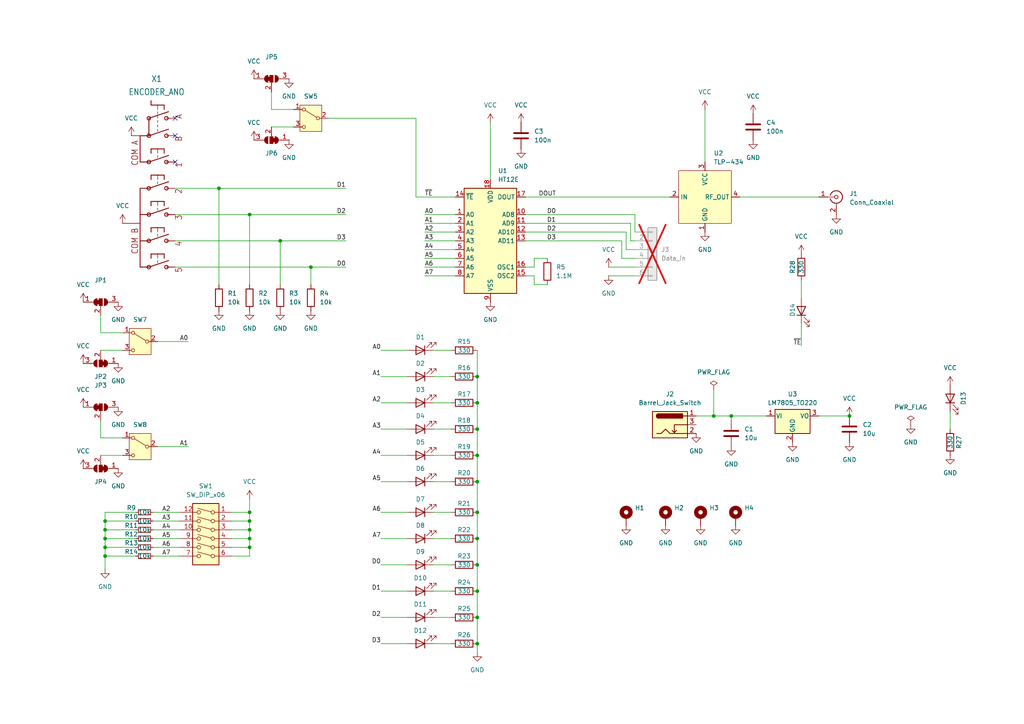
<source format=kicad_sch>
(kicad_sch (version 20231120) (generator "eeschema") (generator_version "8.0")
  (paper "A4")
  (lib_symbols
    (symbol "Connector:Barrel_Jack_Switch" (pin_names hide)
      (property "Reference" "J" (at 0 5.334 0))
      (property "Value" "Barrel_Jack_Switch" (at 0 -5.08 0))
      (symbol "Barrel_Jack_Switch_1_1"
        (pin passive line (at 7.62 2.54 180) (length 2.54) (name "~") (number "1"))
        (pin passive line (at 7.62 -2.54 180) (length 2.54) (name "~") (number "2"))
        (pin passive line (at 7.62 0 180) (length 2.54) (name "~") (number "3"))
      )
    )
    (symbol "Connector:Conn_Coaxial" (pin_names (offset 1.016) hide)
      (property "Reference" "J" (at 0.254 3.048 0))
      (property "Value" "Conn_Coaxial" (at 2.921 0 90))
      (symbol "Conn_Coaxial_1_1"
        (pin passive line (at -5.08 0 0) (length 2.54) (name "In") (number "1"))
        (pin passive line (at 0 -5.08 90) (length 2.54) (name "Ext") (number "2"))
      )
    )
    (symbol "Connector_Generic:Conn_01x06" (pin_names (offset 1.016) hide)
      (property "Reference" "J" (at 0 7.62 0))
      (property "Value" "Conn_01x06" (at 0 -10.16 0))
      (symbol "Conn_01x06_1_1"
        (pin passive line (at -5.08 5.08 0) (length 3.81) (name "Pin_1") (number "1"))
        (pin passive line (at -5.08 2.54 0) (length 3.81) (name "Pin_2") (number "2"))
        (pin passive line (at -5.08 0 0) (length 3.81) (name "Pin_3") (number "3"))
        (pin passive line (at -5.08 -2.54 0) (length 3.81) (name "Pin_4") (number "4"))
        (pin passive line (at -5.08 -5.08 0) (length 3.81) (name "Pin_5") (number "5"))
        (pin passive line (at -5.08 -7.62 0) (length 3.81) (name "Pin_6") (number "6"))
      )
    )
    (symbol "Device:C" (pin_numbers hide) (pin_names (offset 0.254))
      (property "Reference" "C" (at 0.635 2.54 0))
      (property "Value" "C" (at 0.635 -2.54 0))
      (symbol "C_1_1"
        (pin passive line (at 0 3.81 270) (length 2.794) (name "~") (number "1"))
        (pin passive line (at 0 -3.81 90) (length 2.794) (name "~") (number "2"))
      )
    )
    (symbol "Device:LED" (pin_numbers hide) (pin_names (offset 1.016) hide)
      (property "Reference" "D" (at 0 2.54 0))
      (property "Value" "LED" (at 0 -2.54 0))
      (symbol "LED_1_1"
        (pin passive line (at -3.81 0 0) (length 2.54) (name "K") (number "1"))
        (pin passive line (at 3.81 0 180) (length 2.54) (name "A") (number "2"))
      )
    )
    (symbol "Device:R" (pin_numbers hide) (pin_names (offset 0))
      (property "Reference" "R" (at 2.032 0 90))
      (property "Value" "R" (at 0 0 90))
      (symbol "R_1_1"
        (pin passive line (at 0 3.81 270) (length 1.27) (name "~") (number "1"))
        (pin passive line (at 0 -3.81 90) (length 1.27) (name "~") (number "2"))
      )
    )
    (symbol "Device:R_Small" (pin_numbers hide) (pin_names (offset 0.254) hide)
      (property "Reference" "R" (at 0.762 0.508 0))
      (property "Value" "R_Small" (at 0.762 -1.016 0))
      (symbol "R_Small_1_1"
        (pin passive line (at 0 2.54 270) (length 0.762) (name "~") (number "1"))
        (pin passive line (at 0 -2.54 90) (length 0.762) (name "~") (number "2"))
      )
    )
    (symbol "Interface:HT12E"
      (property "Reference" "U1" (at 2.1941 20.32 0))
      (property "Value" "HT12E" (at 2.1941 17.78 0))
      (symbol "HT12E_1_1"
        (pin input line (at -10.16 7.62 0) (length 2.54) (name "A0") (number "1"))
        (pin no_connect line (at 7.62 -2.54 180) (length 2.54) hide (name "NC") (number "1"))
        (pin output line (at 10.16 7.62 180) (length 2.54) (name "AD8") (number "10"))
        (pin output line (at 10.16 5.08 180) (length 2.54) (name "AD9") (number "11"))
        (pin output line (at 10.16 2.54 180) (length 2.54) (name "AD10") (number "12"))
        (pin output line (at 10.16 0 180) (length 2.54) (name "AD11") (number "13"))
        (pin input line (at -10.16 12.7 0) (length 2.54) (name "~{TE}") (number "14"))
        (pin output line (at 10.16 -10.16 180) (length 2.54) (name "OSC2") (number "15"))
        (pin input line (at 10.16 -7.62 180) (length 2.54) (name "OSC1") (number "16"))
        (pin output line (at 10.16 12.7 180) (length 2.54) (name "DOUT") (number "17"))
        (pin power_in line (at 0 17.78 270) (length 2.54) (name "VDD") (number "18"))
        (pin input line (at -10.16 5.08 0) (length 2.54) (name "A1") (number "2"))
        (pin no_connect line (at 7.62 -5.08 180) (length 2.54) hide (name "NC") (number "20"))
        (pin input line (at -10.16 2.54 0) (length 2.54) (name "A2") (number "3"))
        (pin input line (at -10.16 0 0) (length 2.54) (name "A3") (number "4"))
        (pin input line (at -10.16 -2.54 0) (length 2.54) (name "A4") (number "5"))
        (pin input line (at -10.16 -5.08 0) (length 2.54) (name "A5") (number "6"))
        (pin input line (at -10.16 -7.62 0) (length 2.54) (name "A6") (number "7"))
        (pin input line (at -10.16 -10.16 0) (length 2.54) (name "A7") (number "8"))
        (pin power_in line (at 0 -17.78 90) (length 2.54) (name "VSS") (number "9"))
      )
    )
    (symbol "Jumper:SolderJumper_3_Bridged12" (pin_names (offset 0) hide) (exclude_from_sim yes) (in_bom no)
      (property "Reference" "JP" (at -2.54 -2.54 0))
      (property "Value" "SolderJumper_3_Bridged12" (at 0 2.794 0))
      (symbol "SolderJumper_3_Bridged12_1_1"
        (pin passive line (at -5.08 0 0) (length 2.54) (name "A") (number "1"))
        (pin passive line (at 0 -3.81 90) (length 2.54) (name "C") (number "2"))
        (pin passive line (at 5.08 0 180) (length 2.54) (name "B") (number "3"))
      )
    )
    (symbol "Mechanical:MountingHole_Pad" (pin_numbers hide) (pin_names (offset 1.016) hide) (exclude_from_sim yes) (in_bom no)
      (property "Reference" "H" (at 0 6.35 0))
      (property "Value" "MountingHole_Pad" (at 0 4.445 0))
      (symbol "MountingHole_Pad_1_1"
        (pin input line (at 0 -2.54 90) (length 2.54) (name "1") (number "1"))
      )
    )
    (symbol "Regulator_Linear:LM7805_TO220" (pin_names (offset 0.254))
      (property "Reference" "U" (at -3.81 3.175 0))
      (property "Value" "LM7805_TO220" (at 0 3.175 0))
      (symbol "LM7805_TO220_1_1"
        (pin power_in line (at -7.62 0 0) (length 2.54) (name "VI") (number "1"))
        (pin power_in line (at 0 -7.62 90) (length 2.54) (name "GND") (number "2"))
        (pin power_out line (at 7.62 0 180) (length 2.54) (name "VO") (number "3"))
      )
    )
    (symbol "Switch:SW_DIP_x06" (pin_names (offset 0) hide)
      (property "Reference" "SW" (at 0 11.43 0))
      (property "Value" "SW_DIP_x06" (at 0 -8.89 0))
      (symbol "SW_DIP_x06_1_1"
        (pin passive line (at -7.62 7.62 0) (length 5.08) (name "~") (number "1"))
        (pin passive line (at 7.62 2.54 180) (length 5.08) (name "~") (number "10"))
        (pin passive line (at 7.62 5.08 180) (length 5.08) (name "~") (number "11"))
        (pin passive line (at 7.62 7.62 180) (length 5.08) (name "~") (number "12"))
        (pin passive line (at -7.62 5.08 0) (length 5.08) (name "~") (number "2"))
        (pin passive line (at -7.62 2.54 0) (length 5.08) (name "~") (number "3"))
        (pin passive line (at -7.62 0 0) (length 5.08) (name "~") (number "4"))
        (pin passive line (at -7.62 -2.54 0) (length 5.08) (name "~") (number "5"))
        (pin passive line (at -7.62 -5.08 0) (length 5.08) (name "~") (number "6"))
        (pin passive line (at 7.62 -5.08 180) (length 5.08) (name "~") (number "7"))
        (pin passive line (at 7.62 -2.54 180) (length 5.08) (name "~") (number "8"))
        (pin passive line (at 7.62 0 180) (length 5.08) (name "~") (number "9"))
      )
    )
    (symbol "Switch:SW_SPDT" (pin_names (offset 0) hide)
      (property "Reference" "SW" (at 0 5.08 0))
      (property "Value" "SW_SPDT" (at 0 -5.08 0))
      (symbol "SW_SPDT_1_1"
        (pin passive line (at 5.08 2.54 180) (length 2.54) (name "A") (number "1"))
        (pin passive line (at -5.08 0 0) (length 2.54) (name "B") (number "2"))
        (pin passive line (at 5.08 -2.54 180) (length 2.54) (name "C") (number "3"))
      )
    )
    (symbol "encoder:ENCODER_ANO"
      (property "Reference" "X1" (at -1.905 13.97 0))
      (property "Value" "ENCODER_ANO" (at -1.905 11.43 0))
      (symbol "ENCODER_ANO_1_0"
        (text "1" (at 5.08 -7.62 900) (effects (font (size 1.778 1.5113)) (justify right top)))
        (text "2" (at 5.08 -15.24 900) (effects (font (size 1.778 1.5113)) (justify right top)))
        (text "3" (at 5.08 -22.86 900) (effects (font (size 1.778 1.5113)) (justify right top)))
        (text "4" (at 5.08 -30.48 900) (effects (font (size 1.778 1.5113)) (justify right top)))
        (text "5" (at 5.08 -38.1 900) (effects (font (size 1.778 1.5113)) (justify right top)))
        (text "A" (at 5.08 6.35 900) (effects (font (size 1.778 1.5113)) (justify right top)))
        (text "B" (at 5.08 0 900) (effects (font (size 1.778 1.5113)) (justify right top)))
        (text "COM A" (at -7.62 -1.27 900) (effects (font (size 1.778 1.5113)) (justify right top)))
        (text "COM B" (at -7.62 -26.67 900) (effects (font (size 1.778 1.5113)) (justify right top)))
        (pin passive line (at 5.08 5.08 180) (length 2.54) (name "A") (number "A"))
        (pin passive line (at 5.08 0 180) (length 2.54) (name "B") (number "B"))
        (pin passive line (at -7.62 0 0) (length 2.54) (name "COMA") (number "COM_A"))
        (pin passive line (at -10.16 -25.4 0) (length 5.08) (name "COM_B") (number "COM_B"))
        (pin passive line (at 5.08 -7.62 180) (length 2.54) (name "1") (number "S1"))
        (pin passive line (at 5.08 -15.24 180) (length 2.54) (name "S2") (number "S2"))
        (pin passive line (at 5.08 -22.86 180) (length 2.54) (name "S3") (number "S3"))
        (pin passive line (at 5.08 -30.48 180) (length 2.54) (name "S4") (number "S4"))
        (pin passive line (at 5.08 -38.1 180) (length 2.54) (name "S5") (number "S5"))
      )
    )
    (symbol "power:GND" (power) (pin_numbers hide) (pin_names (offset 0) hide)
      (property "Value" "GND" (at 0 -3.81 0))
      (symbol "GND_1_1"
        (pin power_in line (at 0 0 270) (length 0) (name "~") (number "1"))
      )
    )
    (symbol "power:PWR_FLAG" (power) (pin_numbers hide) (pin_names (offset 0) hide)
      (property "Value" "PWR_FLAG" (at 0 3.81 0))
      (symbol "PWR_FLAG_0_0"
        (pin power_out line (at 0 0 90) (length 0) (name "~") (number "1"))
      )
    )
    (symbol "power:VCC" (power) (pin_numbers hide) (pin_names (offset 0) hide)
      (property "Value" "VCC" (at 0 3.556 0))
      (symbol "VCC_1_1"
        (pin power_in line (at 0 0 90) (length 0) (name "~") (number "1"))
      )
    )
    (symbol "rf_434:TLP434"
      (property "Reference" "U" (at 11.43 0 0))
      (property "Value" "TLP-434" (at 0 0 0))
      (symbol "TLP434_1_1"
        (pin power_in line (at 7.62 -20.32 90) (length 2.54) (name "GND") (number "1"))
        (pin input line (at -2.54 -10.16 0) (length 2.54) (name "IN") (number "2"))
        (pin power_in line (at 7.62 0 270) (length 2.54) (name "VCC") (number "3"))
        (pin output line (at 17.78 -10.16 180) (length 2.54) (name "RF_OUT") (number "4"))
      )
    )
  )
  (junction (at 138.43 139.7))
  (junction (at 72.39 62.23))
  (junction (at 30.48 151.13))
  (junction (at 138.43 132.08))
  (junction (at 63.5 54.61))
  (junction (at 138.43 156.21))
  (junction (at 138.43 163.83))
  (junction (at 72.39 156.21))
  (junction (at 72.39 151.13))
  (junction (at 81.28 69.85))
  (junction (at 30.48 158.75))
  (junction (at 212.09 120.65))
  (junction (at 138.43 124.46))
  (junction (at 30.48 156.21))
  (junction (at 138.43 171.45))
  (junction (at 138.43 148.59))
  (junction (at 90.17 77.47))
  (junction (at 207.01 120.65))
  (junction (at 72.39 153.67))
  (junction (at 138.43 116.84))
  (junction (at 30.48 153.67))
  (junction (at 72.39 158.75))
  (junction (at 246.38 120.65))
  (junction (at 72.39 148.59))
  (junction (at 30.48 161.29))
  (junction (at 138.43 109.22))
  (junction (at 138.43 186.69))
  (junction (at 138.43 179.07))
  (no_connect (at 50.8 34.29))
  (no_connect (at 50.8 39.37))
  (no_connect (at 50.8 46.99))
  (wire (pts (xy 78.74 31.75) (xy 85.09 31.75)))
  (wire (pts (xy 72.39 62.23) (xy 72.39 82.55)))
  (wire (pts (xy 30.48 148.59) (xy 39.37 148.59)))
  (wire (pts (xy 110.49 116.84) (xy 118.11 116.84)))
  (wire (pts (xy 78.74 26.67) (xy 78.74 31.75)))
  (wire (pts (xy 138.43 163.83) (xy 138.43 171.45)))
  (wire (pts (xy 181.61 72.39) (xy 181.61 67.31)))
  (wire (pts (xy 44.45 156.21) (xy 52.07 156.21)))
  (wire (pts (xy 29.21 101.6) (xy 35.56 101.6)))
  (wire (pts (xy 30.48 153.67) (xy 30.48 156.21)))
  (wire (pts (xy 138.43 132.08) (xy 138.43 139.7)))
  (wire (pts (xy 110.49 148.59) (xy 118.11 148.59)))
  (wire (pts (xy 138.43 109.22) (xy 138.43 116.84)))
  (wire (pts (xy 63.5 82.55) (xy 63.5 54.61)))
  (wire (pts (xy 232.41 93.98) (xy 232.41 100.33)))
  (wire (pts (xy 182.88 69.85) (xy 182.88 64.77)))
  (wire (pts (xy 72.39 158.75) (xy 72.39 156.21)))
  (wire (pts (xy 138.43 156.21) (xy 138.43 163.83)))
  (wire (pts (xy 90.17 77.47) (xy 100.33 77.47)))
  (wire (pts (xy 123.19 72.39) (xy 132.08 72.39)))
  (wire (pts (xy 138.43 139.7) (xy 138.43 148.59)))
  (wire (pts (xy 182.88 64.77) (xy 152.4 64.77)))
  (wire (pts (xy 29.21 96.52) (xy 35.56 96.52)))
  (wire (pts (xy 212.09 120.65) (xy 222.25 120.65)))
  (wire (pts (xy 44.45 148.59) (xy 52.07 148.59)))
  (wire (pts (xy 123.19 80.01) (xy 132.08 80.01)))
  (wire (pts (xy 110.49 186.69) (xy 118.11 186.69)))
  (wire (pts (xy 44.45 151.13) (xy 52.07 151.13)))
  (wire (pts (xy 95.25 34.29) (xy 120.65 34.29)))
  (wire (pts (xy 130.81 116.84) (xy 125.73 116.84)))
  (wire (pts (xy 67.31 151.13) (xy 72.39 151.13)))
  (wire (pts (xy 50.8 77.47) (xy 90.17 77.47)))
  (wire (pts (xy 130.81 132.08) (xy 125.73 132.08)))
  (wire (pts (xy 67.31 153.67) (xy 72.39 153.67)))
  (wire (pts (xy 44.45 153.67) (xy 52.07 153.67)))
  (wire (pts (xy 154.94 74.93) (xy 158.75 74.93)))
  (wire (pts (xy 123.19 62.23) (xy 132.08 62.23)))
  (wire (pts (xy 67.31 161.29) (xy 72.39 161.29)))
  (wire (pts (xy 275.59 124.46) (xy 275.59 119.38)))
  (wire (pts (xy 30.48 158.75) (xy 30.48 161.29)))
  (wire (pts (xy 110.49 179.07) (xy 118.11 179.07)))
  (wire (pts (xy 67.31 156.21) (xy 72.39 156.21)))
  (wire (pts (xy 67.31 148.59) (xy 72.39 148.59)))
  (wire (pts (xy 207.01 113.03) (xy 207.01 120.65)))
  (wire (pts (xy 110.49 156.21) (xy 118.11 156.21)))
  (wire (pts (xy 44.45 161.29) (xy 52.07 161.29)))
  (wire (pts (xy 90.17 77.47) (xy 90.17 82.55)))
  (wire (pts (xy 72.39 151.13) (xy 72.39 148.59)))
  (wire (pts (xy 152.4 57.15) (xy 194.31 57.15)))
  (wire (pts (xy 110.49 101.6) (xy 118.11 101.6)))
  (wire (pts (xy 130.81 101.6) (xy 125.73 101.6)))
  (wire (pts (xy 81.28 69.85) (xy 100.33 69.85)))
  (wire (pts (xy 30.48 156.21) (xy 39.37 156.21)))
  (wire (pts (xy 120.65 57.15) (xy 132.08 57.15)))
  (wire (pts (xy 184.15 62.23) (xy 152.4 62.23)))
  (wire (pts (xy 110.49 124.46) (xy 118.11 124.46)))
  (wire (pts (xy 138.43 116.84) (xy 138.43 124.46)))
  (wire (pts (xy 130.81 186.69) (xy 125.73 186.69)))
  (wire (pts (xy 81.28 69.85) (xy 81.28 82.55)))
  (wire (pts (xy 30.48 153.67) (xy 39.37 153.67)))
  (wire (pts (xy 212.09 120.65) (xy 212.09 121.92)))
  (wire (pts (xy 45.72 129.54) (xy 54.61 129.54)))
  (wire (pts (xy 29.21 91.44) (xy 29.21 96.52)))
  (wire (pts (xy 154.94 77.47) (xy 154.94 74.93)))
  (wire (pts (xy 130.81 124.46) (xy 125.73 124.46)))
  (wire (pts (xy 30.48 156.21) (xy 30.48 158.75)))
  (wire (pts (xy 30.48 151.13) (xy 30.48 153.67)))
  (wire (pts (xy 72.39 161.29) (xy 72.39 158.75)))
  (wire (pts (xy 44.45 158.75) (xy 52.07 158.75)))
  (wire (pts (xy 72.39 62.23) (xy 100.33 62.23)))
  (wire (pts (xy 180.34 69.85) (xy 152.4 69.85)))
  (wire (pts (xy 30.48 158.75) (xy 39.37 158.75)))
  (wire (pts (xy 130.81 139.7) (xy 125.73 139.7)))
  (wire (pts (xy 50.8 62.23) (xy 72.39 62.23)))
  (wire (pts (xy 181.61 67.31) (xy 152.4 67.31)))
  (wire (pts (xy 30.48 161.29) (xy 39.37 161.29)))
  (wire (pts (xy 181.61 72.39) (xy 184.15 72.39)))
  (wire (pts (xy 30.48 161.29) (xy 30.48 165.1)))
  (wire (pts (xy 63.5 54.61) (xy 100.33 54.61)))
  (wire (pts (xy 50.8 69.85) (xy 81.28 69.85)))
  (wire (pts (xy 130.81 109.22) (xy 125.73 109.22)))
  (wire (pts (xy 130.81 179.07) (xy 125.73 179.07)))
  (wire (pts (xy 176.53 80.01) (xy 184.15 80.01)))
  (wire (pts (xy 154.94 80.01) (xy 154.94 82.55)))
  (wire (pts (xy 237.49 120.65) (xy 246.38 120.65)))
  (wire (pts (xy 29.21 127) (xy 35.56 127)))
  (wire (pts (xy 214.63 57.15) (xy 237.49 57.15)))
  (wire (pts (xy 138.43 148.59) (xy 138.43 156.21)))
  (wire (pts (xy 142.24 35.56) (xy 142.24 52.07)))
  (wire (pts (xy 30.48 148.59) (xy 30.48 151.13)))
  (wire (pts (xy 152.4 77.47) (xy 154.94 77.47)))
  (wire (pts (xy 123.19 74.93) (xy 132.08 74.93)))
  (wire (pts (xy 123.19 64.77) (xy 132.08 64.77)))
  (wire (pts (xy 29.21 121.92) (xy 29.21 127)))
  (wire (pts (xy 138.43 124.46) (xy 138.43 132.08)))
  (wire (pts (xy 123.19 69.85) (xy 132.08 69.85)))
  (wire (pts (xy 180.34 74.93) (xy 184.15 74.93)))
  (wire (pts (xy 138.43 101.6) (xy 138.43 109.22)))
  (wire (pts (xy 182.88 69.85) (xy 184.15 69.85)))
  (wire (pts (xy 138.43 186.69) (xy 138.43 189.23)))
  (wire (pts (xy 184.15 67.31) (xy 184.15 62.23)))
  (wire (pts (xy 130.81 171.45) (xy 125.73 171.45)))
  (wire (pts (xy 78.74 36.83) (xy 85.09 36.83)))
  (wire (pts (xy 72.39 148.59) (xy 72.39 144.78)))
  (wire (pts (xy 138.43 179.07) (xy 138.43 186.69)))
  (wire (pts (xy 45.72 99.06) (xy 54.61 99.06)))
  (wire (pts (xy 110.49 139.7) (xy 118.11 139.7)))
  (wire (pts (xy 72.39 153.67) (xy 72.39 151.13)))
  (wire (pts (xy 110.49 171.45) (xy 118.11 171.45)))
  (wire (pts (xy 138.43 171.45) (xy 138.43 179.07)))
  (wire (pts (xy 72.39 156.21) (xy 72.39 153.67)))
  (wire (pts (xy 130.81 163.83) (xy 125.73 163.83)))
  (wire (pts (xy 123.19 77.47) (xy 132.08 77.47)))
  (wire (pts (xy 152.4 80.01) (xy 154.94 80.01)))
  (wire (pts (xy 232.41 81.28) (xy 232.41 86.36)))
  (wire (pts (xy 176.53 77.47) (xy 184.15 77.47)))
  (wire (pts (xy 180.34 74.93) (xy 180.34 69.85)))
  (wire (pts (xy 30.48 151.13) (xy 39.37 151.13)))
  (wire (pts (xy 204.47 31.75) (xy 204.47 46.99)))
  (wire (pts (xy 29.21 132.08) (xy 35.56 132.08)))
  (wire (pts (xy 201.93 120.65) (xy 207.01 120.65)))
  (wire (pts (xy 207.01 120.65) (xy 212.09 120.65)))
  (wire (pts (xy 110.49 109.22) (xy 118.11 109.22)))
  (wire (pts (xy 67.31 158.75) (xy 72.39 158.75)))
  (wire (pts (xy 130.81 156.21) (xy 125.73 156.21)))
  (wire (pts (xy 110.49 163.83) (xy 118.11 163.83)))
  (wire (pts (xy 50.8 54.61) (xy 63.5 54.61)))
  (wire (pts (xy 123.19 67.31) (xy 132.08 67.31)))
  (wire (pts (xy 154.94 82.55) (xy 158.75 82.55)))
  (wire (pts (xy 120.65 57.15) (xy 120.65 34.29)))
  (wire (pts (xy 110.49 132.08) (xy 118.11 132.08)))
  (wire (pts (xy 130.81 148.59) (xy 125.73 148.59)))
  (label "A4" (at 123.19 72.39 0))
  (label "A0" (at 54.61 99.06 180))
  (label "A4" (at 46.99 153.67 0))
  (label "A6" (at 46.99 158.75 0))
  (label "A7" (at 110.49 156.21 180))
  (label "D1" (at 161.29 64.77 180))
  (label "~{TE}" (at 232.41 100.33 180))
  (label "A7" (at 46.99 161.29 0))
  (label "A1" (at 54.61 129.54 180))
  (label "A1" (at 110.49 109.22 180))
  (label "A3" (at 123.19 69.85 0))
  (label "A7" (at 123.19 80.01 0))
  (label "D3" (at 161.29 69.85 180))
  (label "A5" (at 123.19 74.93 0))
  (label "A4" (at 110.49 132.08 180))
  (label "D0" (at 161.29 62.23 180))
  (label "D0" (at 110.49 163.83 180))
  (label "A6" (at 110.49 148.59 180))
  (label "~{TE}" (at 123.19 57.15 0))
  (label "D1" (at 100.33 54.61 180))
  (label "A6" (at 123.19 77.47 0))
  (label "D2" (at 161.29 67.31 180))
  (label "A3" (at 110.49 124.46 180))
  (label "A5" (at 46.99 156.21 0))
  (label "D3" (at 110.49 186.69 180))
  (label "A2" (at 123.19 67.31 0))
  (label "A3" (at 46.99 151.13 0))
  (label "D3" (at 100.33 69.85 180))
  (label "A0" (at 110.49 101.6 180))
  (label "D2" (at 100.33 62.23 180))
  (label "A2" (at 46.99 148.59 0))
  (label "D2" (at 110.49 179.07 180))
  (label "A1" (at 123.19 64.77 0))
  (label "A2" (at 110.49 116.84 180))
  (label "A5" (at 110.49 139.7 180))
  (label "D0" (at 100.33 77.47 180))
  (label "DOUT" (at 161.29 57.15 180))
  (label "A0" (at 123.19 62.23 0))
  (label "D1" (at 110.49 171.45 180))
  (symbol (lib_id "power:PWR_FLAG") (at 207.01 113.03 0) (unit 1)
    (property "Reference" "#FLG02" (effects (hide yes)))
    (property "Value" "PWR_FLAG" (at 207.01 107.95 0))
    (property "Description" "Special symbol for telling ERC where power comes from" (effects (hide yes)))
  )
  (symbol (lib_id "power:GND") (at 72.39 90.17 0) (unit 1)
    (property "Reference" "#PWR04" (effects (hide yes)))
    (property "Value" "GND" (at 72.39 95.25 0))
    (property "Description" "Power symbol creates a global label with name \"GND\" , ground" (effects (hide yes)))
  )
  (symbol (lib_id "encoder:ENCODER_ANO") (at 45.72 39.37 0) (unit 1)
    (property "Reference" "X1" (at 45.4231 22.86 0) (effects (font (size 1.778 1.5113))))
    (property "Value" "ENCODER_ANO" (at 45.4231 26.67 0) (effects (font (size 1.778 1.5113))))
    (property "Footprint" "Library:ENCODER_ANO" (effects (hide yes)))
  )
  (symbol (lib_id "Device:LED") (at 275.59 115.57 90) (unit 1)
    (property "Reference" "D13" (at 279.4 115.57 0))
    (property "Value" "LED" (effects (hide yes)))
    (property "Footprint" "LED_SMD:LED_0603_1608Metric" (effects (hide yes)))
    (property "Description" "Light emitting diode" (effects (hide yes)))
  )
  (symbol (lib_id "power:GND") (at 34.29 135.89 0) (unit 1)
    (property "Reference" "#PWR028" (effects (hide yes)))
    (property "Value" "GND" (at 34.29 140.97 0))
    (property "Description" "Power symbol creates a global label with name \"GND\" , ground" (effects (hide yes)))
  )
  (symbol (lib_id "Switch:SW_SPDT") (at 90.17 34.29 0) (mirror y) (unit 1)
    (property "Reference" "SW5" (at 90.17 27.94 0))
    (property "Value" "SW_SPDT" (effects (hide yes)))
    (property "Footprint" "Library:EG1218" (effects (hide yes)))
    (property "Description" "Switch, single pole double throw" (effects (hide yes)))
  )
  (symbol (lib_id "power:VCC") (at 24.13 105.41 0) (unit 1)
    (property "Reference" "#PWR05" (effects (hide yes)))
    (property "Value" "VCC" (at 24.13 100.33 0))
    (property "Description" "Power symbol creates a global label with name \"VCC\"" (effects (hide yes)))
  )
  (symbol (lib_id "Device:C") (at 151.13 39.37 0) (unit 1)
    (property "Reference" "C3" (at 154.94 38.0999 0) (effects (justify left)))
    (property "Value" "100n" (at 154.94 40.6399 0) (effects (justify left)))
    (property "Footprint" "Capacitor_SMD:C_0603_1608Metric_Pad1.08x0.95mm_HandSolder" (effects (hide yes)))
    (property "Description" "Unpolarized capacitor" (effects (hide yes)))
  )
  (symbol (lib_id "power:VCC") (at 38.1 39.37 0) (unit 1)
    (property "Reference" "#PWR047" (effects (hide yes)))
    (property "Value" "VCC" (at 38.1 34.29 0))
    (property "Description" "Power symbol creates a global label with name \"VCC\"" (effects (hide yes)))
  )
  (symbol (lib_id "power:GND") (at 212.09 129.54 0) (unit 1)
    (property "Reference" "#PWR032" (effects (hide yes)))
    (property "Value" "GND" (at 212.09 134.62 0))
    (property "Description" "Power symbol creates a global label with name \"GND\" , ground" (effects (hide yes)))
  )
  (symbol (lib_id "Device:LED") (at 121.92 163.83 180) (unit 1)
    (property "Reference" "D9" (at 121.92 160.02 0))
    (property "Value" "LED" (effects (hide yes)))
    (property "Footprint" "LED_SMD:LED_0603_1608Metric" (effects (hide yes)))
    (property "Description" "Light emitting diode" (effects (hide yes)))
  )
  (symbol (lib_id "power:GND") (at 34.29 105.41 0) (unit 1)
    (property "Reference" "#PWR07" (effects (hide yes)))
    (property "Value" "GND" (at 34.29 110.49 0))
    (property "Description" "Power symbol creates a global label with name \"GND\" , ground" (effects (hide yes)))
  )
  (symbol (lib_id "Device:LED") (at 121.92 139.7 180) (unit 1)
    (property "Reference" "D6" (at 121.92 135.89 0))
    (property "Value" "LED" (effects (hide yes)))
    (property "Footprint" "LED_SMD:LED_0603_1608Metric" (effects (hide yes)))
    (property "Description" "Light emitting diode" (effects (hide yes)))
  )
  (symbol (lib_id "power:GND") (at 34.29 118.11 0) (unit 1)
    (property "Reference" "#PWR027" (effects (hide yes)))
    (property "Value" "GND" (at 34.29 123.19 0))
    (property "Description" "Power symbol creates a global label with name \"GND\" , ground" (effects (hide yes)))
  )
  (symbol (lib_id "Device:LED") (at 121.92 179.07 180) (unit 1)
    (property "Reference" "D11" (at 121.92 175.26 0))
    (property "Value" "LED" (effects (hide yes)))
    (property "Footprint" "LED_SMD:LED_0603_1608Metric" (effects (hide yes)))
    (property "Description" "Light emitting diode" (effects (hide yes)))
  )
  (symbol (lib_id "Jumper:SolderJumper_3_Bridged12") (at 29.21 135.89 180) (unit 1) (exclude_from_sim yes) (in_bom no)
    (property "Reference" "JP4" (at 29.21 139.7 0))
    (property "Value" "SolderJumper_3_Bridged12" (effects (hide yes)))
    (property "Footprint" "Jumper:SolderJumper-3_P1.3mm_Bridged12_RoundedPad1.0x1.5mm_NumberLabels" (effects (hide yes)))
    (property "Description" "3-pole Solder Jumper, pins 1+2 closed/bridged" (effects (hide yes)))
  )
  (symbol (lib_id "Device:LED") (at 121.92 132.08 180) (unit 1)
    (property "Reference" "D5" (at 121.92 128.27 0))
    (property "Value" "LED" (effects (hide yes)))
    (property "Footprint" "LED_SMD:LED_0603_1608Metric" (effects (hide yes)))
    (property "Description" "Light emitting diode" (effects (hide yes)))
  )
  (symbol (lib_id "Mechanical:MountingHole_Pad") (at 193.04 149.86 0) (unit 1) (exclude_from_sim yes) (in_bom no)
    (property "Reference" "H2" (at 195.58 147.3199 0) (effects (justify left)))
    (property "Value" "MountingHole_Pad" (effects (hide yes)))
    (property "Footprint" "MountingHole:MountingHole_4mm_Pad" (effects (hide yes)))
    (property "Description" "Mounting Hole with connection" (effects (hide yes)))
  )
  (symbol (lib_id "power:VCC") (at 204.47 31.75 0) (unit 1)
    (property "Reference" "#PWR015" (effects (hide yes)))
    (property "Value" "VCC" (at 204.47 26.67 0))
    (property "Description" "Power symbol creates a global label with name \"VCC\"" (effects (hide yes)))
  )
  (symbol (lib_id "power:VCC") (at 275.59 111.76 0) (unit 1)
    (property "Reference" "#PWR043" (effects (hide yes)))
    (property "Value" "VCC" (at 275.59 106.68 0))
    (property "Description" "Power symbol creates a global label with name \"VCC\"" (effects (hide yes)))
  )
  (symbol (lib_id "Device:LED") (at 121.92 116.84 180) (unit 1)
    (property "Reference" "D3" (at 121.92 113.03 0))
    (property "Value" "LED" (effects (hide yes)))
    (property "Footprint" "LED_SMD:LED_0603_1608Metric" (effects (hide yes)))
    (property "Description" "Light emitting diode" (effects (hide yes)))
  )
  (symbol (lib_id "Regulator_Linear:LM7805_TO220") (at 229.87 120.65 0) (unit 1)
    (property "Reference" "U3" (at 229.87 114.3 0))
    (property "Value" "LM7805_TO220" (at 229.87 116.84 0))
    (property "Footprint" "Package_TO_SOT_THT:TO-220-3_Vertical" (effects (hide yes)))
    (property "Datasheet" "https://www.onsemi.cn/PowerSolutions/document/MC7800-D.PDF" (effects (hide yes)))
    (property "Description" "Positive 1A 35V Linear Regulator, Fixed Output 5V, TO-220" (effects (hide yes)))
  )
  (symbol (lib_id "Device:R") (at 134.62 109.22 90) (unit 1)
    (property "Reference" "R16" (at 134.62 106.68 90))
    (property "Value" "330" (at 134.62 109.22 90))
    (property "Footprint" "Resistor_SMD:R_0603_1608Metric_Pad0.98x0.95mm_HandSolder" (effects (hide yes)))
    (property "Description" "Resistor" (effects (hide yes)))
  )
  (symbol (lib_id "power:GND") (at 63.5 90.17 0) (unit 1)
    (property "Reference" "#PWR02" (effects (hide yes)))
    (property "Value" "GND" (at 63.5 95.25 0))
    (property "Description" "Power symbol creates a global label with name \"GND\" , ground" (effects (hide yes)))
  )
  (symbol (lib_id "power:GND") (at 218.44 40.64 0) (unit 1)
    (property "Reference" "#PWR020" (effects (hide yes)))
    (property "Value" "GND" (at 218.44 45.72 0))
    (property "Description" "Power symbol creates a global label with name \"GND\" , ground" (effects (hide yes)))
  )
  (symbol (lib_id "Mechanical:MountingHole_Pad") (at 203.2 149.86 0) (unit 1) (exclude_from_sim yes) (in_bom no)
    (property "Reference" "H3" (at 205.74 147.3199 0) (effects (justify left)))
    (property "Value" "MountingHole_Pad" (effects (hide yes)))
    (property "Footprint" "MountingHole:MountingHole_4mm_Pad" (effects (hide yes)))
    (property "Description" "Mounting Hole with connection" (effects (hide yes)))
  )
  (symbol (lib_id "Mechanical:MountingHole_Pad") (at 213.36 149.86 0) (unit 1) (exclude_from_sim yes) (in_bom no)
    (property "Reference" "H4" (at 215.9 147.3199 0) (effects (justify left)))
    (property "Value" "MountingHole_Pad" (effects (hide yes)))
    (property "Footprint" "MountingHole:MountingHole_4mm_Pad" (effects (hide yes)))
    (property "Description" "Mounting Hole with connection" (effects (hide yes)))
  )
  (symbol (lib_id "Device:LED") (at 121.92 186.69 180) (unit 1)
    (property "Reference" "D12" (at 121.92 182.88 0))
    (property "Value" "LED" (effects (hide yes)))
    (property "Footprint" "LED_SMD:LED_0603_1608Metric" (effects (hide yes)))
    (property "Description" "Light emitting diode" (effects (hide yes)))
  )
  (symbol (lib_id "Device:C") (at 246.38 124.46 0) (unit 1)
    (property "Reference" "C2" (at 250.19 123.1899 0) (effects (justify left)))
    (property "Value" "10u" (at 250.19 125.7299 0) (effects (justify left)))
    (property "Footprint" "Capacitor_SMD:C_0805_2012Metric_Pad1.18x1.45mm_HandSolder" (effects (hide yes)))
    (property "Description" "Unpolarized capacitor" (effects (hide yes)))
  )
  (symbol (lib_id "Jumper:SolderJumper_3_Bridged12") (at 78.74 40.64 180) (unit 1) (exclude_from_sim yes) (in_bom no)
    (property "Reference" "JP6" (at 78.74 44.45 0))
    (property "Value" "SolderJumper_3_Bridged12" (effects (hide yes)))
    (property "Footprint" "Jumper:SolderJumper-3_P1.3mm_Bridged12_RoundedPad1.0x1.5mm_NumberLabels" (effects (hide yes)))
    (property "Description" "3-pole Solder Jumper, pins 1+2 closed/bridged" (effects (hide yes)))
  )
  (symbol (lib_id "Device:R") (at 134.62 148.59 90) (unit 1)
    (property "Reference" "R21" (at 134.62 146.05 90))
    (property "Value" "330" (at 134.62 148.59 90))
    (property "Footprint" "Resistor_SMD:R_0603_1608Metric_Pad0.98x0.95mm_HandSolder" (effects (hide yes)))
    (property "Description" "Resistor" (effects (hide yes)))
  )
  (symbol (lib_id "power:GND") (at 181.61 152.4 0) (unit 1)
    (property "Reference" "#PWR037" (effects (hide yes)))
    (property "Value" "GND" (at 181.61 157.48 0))
    (property "Description" "Power symbol creates a global label with name \"GND\" , ground" (effects (hide yes)))
  )
  (symbol (lib_id "Device:R") (at 134.62 116.84 90) (unit 1)
    (property "Reference" "R17" (at 134.62 114.3 90))
    (property "Value" "330" (at 134.62 116.84 90))
    (property "Footprint" "Resistor_SMD:R_0603_1608Metric_Pad0.98x0.95mm_HandSolder" (effects (hide yes)))
    (property "Description" "Resistor" (effects (hide yes)))
  )
  (symbol (lib_id "power:VCC") (at 72.39 144.78 0) (unit 1)
    (property "Reference" "#PWR025" (effects (hide yes)))
    (property "Value" "VCC" (at 72.39 139.7 0))
    (property "Description" "Power symbol creates a global label with name \"VCC\"" (effects (hide yes)))
  )
  (symbol (lib_id "power:VCC") (at 24.13 118.11 0) (unit 1)
    (property "Reference" "#PWR011" (effects (hide yes)))
    (property "Value" "VCC" (at 24.13 113.03 0))
    (property "Description" "Power symbol creates a global label with name \"VCC\"" (effects (hide yes)))
  )
  (symbol (lib_id "power:GND") (at 193.04 152.4 0) (unit 1)
    (property "Reference" "#PWR038" (effects (hide yes)))
    (property "Value" "GND" (at 193.04 157.48 0))
    (property "Description" "Power symbol creates a global label with name \"GND\" , ground" (effects (hide yes)))
  )
  (symbol (lib_id "power:VCC") (at 35.56 64.77 0) (unit 1)
    (property "Reference" "#PWR029" (effects (hide yes)))
    (property "Value" "VCC" (at 35.56 59.69 0))
    (property "Description" "Power symbol creates a global label with name \"VCC\"" (effects (hide yes)))
  )
  (symbol (lib_id "power:VCC") (at 218.44 33.02 0) (unit 1)
    (property "Reference" "#PWR021" (effects (hide yes)))
    (property "Value" "VCC" (at 218.44 27.94 0))
    (property "Description" "Power symbol creates a global label with name \"VCC\"" (effects (hide yes)))
  )
  (symbol (lib_id "power:GND") (at 34.29 87.63 0) (unit 1)
    (property "Reference" "#PWR03" (effects (hide yes)))
    (property "Value" "GND" (at 34.29 92.71 0))
    (property "Description" "Power symbol creates a global label with name \"GND\" , ground" (effects (hide yes)))
  )
  (symbol (lib_id "power:GND") (at 83.82 22.86 0) (unit 1)
    (property "Reference" "#PWR049" (effects (hide yes)))
    (property "Value" "GND" (at 83.82 27.94 0))
    (property "Description" "Power symbol creates a global label with name \"GND\" , ground" (effects (hide yes)))
  )
  (symbol (lib_id "rf_434:TLP434") (at 196.85 46.99 0) (unit 1)
    (property "Reference" "U2" (at 207.01 44.45 0) (effects (justify left)))
    (property "Value" "TLP-434" (at 207.01 46.99 0) (effects (justify left)))
    (property "Footprint" "Connector_PinSocket_2.54mm:PinSocket_1x04_P2.54mm_Vertical" (effects (hide yes)))
  )
  (symbol (lib_id "power:VCC") (at 24.13 135.89 0) (unit 1)
    (property "Reference" "#PWR026" (effects (hide yes)))
    (property "Value" "VCC" (at 24.13 130.81 0))
    (property "Description" "Power symbol creates a global label with name \"VCC\"" (effects (hide yes)))
  )
  (symbol (lib_id "Device:R") (at 134.62 163.83 90) (unit 1)
    (property "Reference" "R23" (at 134.62 161.29 90))
    (property "Value" "330" (at 134.62 163.83 90))
    (property "Footprint" "Resistor_SMD:R_0603_1608Metric_Pad0.98x0.95mm_HandSolder" (effects (hide yes)))
    (property "Description" "Resistor" (effects (hide yes)))
  )
  (symbol (lib_id "Device:LED") (at 121.92 109.22 180) (unit 1)
    (property "Reference" "D2" (at 121.92 105.41 0))
    (property "Value" "LED" (effects (hide yes)))
    (property "Footprint" "LED_SMD:LED_0603_1608Metric" (effects (hide yes)))
    (property "Description" "Light emitting diode" (effects (hide yes)))
  )
  (symbol (lib_id "power:GND") (at 229.87 128.27 0) (unit 1)
    (property "Reference" "#PWR035" (effects (hide yes)))
    (property "Value" "GND" (at 229.87 133.35 0))
    (property "Description" "Power symbol creates a global label with name \"GND\" , ground" (effects (hide yes)))
  )
  (symbol (lib_id "Device:R_Small") (at 41.91 161.29 90) (unit 1)
    (property "Reference" "R14" (at 38.1 160.02 90))
    (property "Value" "10k" (at 41.91 161.29 90))
    (property "Footprint" "Resistor_SMD:R_0603_1608Metric_Pad0.98x0.95mm_HandSolder" (effects (hide yes)))
    (property "Description" "Resistor, small symbol" (effects (hide yes)))
  )
  (symbol (lib_id "power:VCC") (at 232.41 73.66 0) (unit 1)
    (property "Reference" "#PWR045" (effects (hide yes)))
    (property "Value" "VCC" (at 232.41 68.58 0))
    (property "Description" "Power symbol creates a global label with name \"VCC\"" (effects (hide yes)))
  )
  (symbol (lib_id "Device:R_Small") (at 41.91 153.67 90) (unit 1)
    (property "Reference" "R11" (at 38.1 152.4 90))
    (property "Value" "10k" (at 41.91 153.67 90))
    (property "Footprint" "Resistor_SMD:R_0603_1608Metric_Pad0.98x0.95mm_HandSolder" (effects (hide yes)))
    (property "Description" "Resistor, small symbol" (effects (hide yes)))
  )
  (symbol (lib_id "power:GND") (at 201.93 125.73 0) (unit 1)
    (property "Reference" "#PWR031" (effects (hide yes)))
    (property "Value" "GND" (at 201.93 130.81 0))
    (property "Description" "Power symbol creates a global label with name \"GND\" , ground" (effects (hide yes)))
  )
  (symbol (lib_id "power:GND") (at 204.47 67.31 0) (unit 1)
    (property "Reference" "#PWR013" (effects (hide yes)))
    (property "Value" "GND" (at 204.47 72.39 0))
    (property "Description" "Power symbol creates a global label with name \"GND\" , ground" (effects (hide yes)))
  )
  (symbol (lib_id "Device:R") (at 90.17 86.36 0) (unit 1)
    (property "Reference" "R4" (at 92.71 85.0899 0) (effects (justify left)))
    (property "Value" "10k" (at 92.71 87.6299 0) (effects (justify left)))
    (property "Footprint" "Resistor_SMD:R_0603_1608Metric_Pad0.98x0.95mm_HandSolder" (effects (hide yes)))
    (property "Description" "Resistor" (effects (hide yes)))
  )
  (symbol (lib_id "Device:R") (at 63.5 86.36 0) (unit 1)
    (property "Reference" "R1" (at 66.04 85.0899 0) (effects (justify left)))
    (property "Value" "10k" (at 66.04 87.6299 0) (effects (justify left)))
    (property "Footprint" "Resistor_SMD:R_0603_1608Metric_Pad0.98x0.95mm_HandSolder" (effects (hide yes)))
    (property "Description" "Resistor" (effects (hide yes)))
  )
  (symbol (lib_id "power:GND") (at 242.57 62.23 0) (unit 1)
    (property "Reference" "#PWR014" (effects (hide yes)))
    (property "Value" "GND" (at 242.57 67.31 0))
    (property "Description" "Power symbol creates a global label with name \"GND\" , ground" (effects (hide yes)))
  )
  (symbol (lib_id "Mechanical:MountingHole_Pad") (at 181.61 149.86 0) (unit 1) (exclude_from_sim yes) (in_bom no)
    (property "Reference" "H1" (at 184.15 147.3199 0) (effects (justify left)))
    (property "Value" "MountingHole_Pad" (effects (hide yes)))
    (property "Footprint" "MountingHole:MountingHole_4mm_Pad" (effects (hide yes)))
    (property "Description" "Mounting Hole with connection" (effects (hide yes)))
  )
  (symbol (lib_id "Device:LED") (at 121.92 171.45 180) (unit 1)
    (property "Reference" "D10" (at 121.92 167.64 0))
    (property "Value" "LED" (effects (hide yes)))
    (property "Footprint" "LED_SMD:LED_0603_1608Metric" (effects (hide yes)))
    (property "Description" "Light emitting diode" (effects (hide yes)))
  )
  (symbol (lib_id "Device:R_Small") (at 41.91 151.13 90) (unit 1)
    (property "Reference" "R10" (at 38.1 149.86 90))
    (property "Value" "10k" (at 41.91 151.13 90))
    (property "Footprint" "Resistor_SMD:R_0603_1608Metric_Pad0.98x0.95mm_HandSolder" (effects (hide yes)))
    (property "Description" "Resistor, small symbol" (effects (hide yes)))
  )
  (symbol (lib_id "power:GND") (at 81.28 90.17 0) (unit 1)
    (property "Reference" "#PWR06" (effects (hide yes)))
    (property "Value" "GND" (at 81.28 95.25 0))
    (property "Description" "Power symbol creates a global label with name \"GND\" , ground" (effects (hide yes)))
  )
  (symbol (lib_id "Switch:SW_SPDT") (at 40.64 129.54 0) (mirror y) (unit 1)
    (property "Reference" "SW8" (at 40.64 123.19 0))
    (property "Value" "SW_SPDT" (effects (hide yes)))
    (property "Footprint" "Library:EG1218" (effects (hide yes)))
    (property "Description" "Switch, single pole double throw" (effects (hide yes)))
  )
  (symbol (lib_id "Device:R_Small") (at 41.91 158.75 90) (unit 1)
    (property "Reference" "R13" (at 38.1 157.48 90))
    (property "Value" "10k" (at 41.91 158.75 90))
    (property "Footprint" "Resistor_SMD:R_0603_1608Metric_Pad0.98x0.95mm_HandSolder" (effects (hide yes)))
    (property "Description" "Resistor, small symbol" (effects (hide yes)))
  )
  (symbol (lib_id "Device:R") (at 134.62 179.07 90) (unit 1)
    (property "Reference" "R25" (at 134.62 176.53 90))
    (property "Value" "330" (at 134.62 179.07 90))
    (property "Footprint" "Resistor_SMD:R_0603_1608Metric_Pad0.98x0.95mm_HandSolder" (effects (hide yes)))
    (property "Description" "Resistor" (effects (hide yes)))
  )
  (symbol (lib_id "Interface:HT12E") (at 142.24 69.85 0) (unit 1)
    (property "Reference" "U1" (at 144.4341 49.53 0) (effects (justify left)))
    (property "Value" "HT12E" (at 144.4341 52.07 0) (effects (justify left)))
    (property "Footprint" "Package_DIP:DIP-18_W7.62mm_Socket" (effects (hide yes)))
    (property "Datasheet" "https://www.holtek.com/documents/10179/116711/2_12ev120.pdf" (effects (hide yes)))
    (property "Description" "2^12 serial encoder, SOP-20" (effects (hide yes)))
  )
  (symbol (lib_id "power:GND") (at 264.16 123.19 0) (unit 1)
    (property "Reference" "#PWR036" (effects (hide yes)))
    (property "Value" "GND" (at 264.16 128.27 0))
    (property "Description" "Power symbol creates a global label with name \"GND\" , ground" (effects (hide yes)))
  )
  (symbol (lib_id "Device:R") (at 72.39 86.36 0) (unit 1)
    (property "Reference" "R2" (at 74.93 85.0899 0) (effects (justify left)))
    (property "Value" "10k" (at 74.93 87.6299 0) (effects (justify left)))
    (property "Footprint" "Resistor_SMD:R_0603_1608Metric_Pad0.98x0.95mm_HandSolder" (effects (hide yes)))
    (property "Description" "Resistor" (effects (hide yes)))
  )
  (symbol (lib_id "Device:C") (at 218.44 36.83 0) (unit 1)
    (property "Reference" "C4" (at 222.25 35.5599 0) (effects (justify left)))
    (property "Value" "100n" (at 222.25 38.0999 0) (effects (justify left)))
    (property "Footprint" "Capacitor_SMD:C_0603_1608Metric_Pad1.08x0.95mm_HandSolder" (effects (hide yes)))
    (property "Description" "Unpolarized capacitor" (effects (hide yes)))
  )
  (symbol (lib_id "Device:LED") (at 121.92 148.59 180) (unit 1)
    (property "Reference" "D7" (at 121.92 144.78 0))
    (property "Value" "LED" (effects (hide yes)))
    (property "Footprint" "LED_SMD:LED_0603_1608Metric" (effects (hide yes)))
    (property "Description" "Light emitting diode" (effects (hide yes)))
  )
  (symbol (lib_id "Device:LED") (at 121.92 101.6 180) (unit 1)
    (property "Reference" "D1" (at 121.92 97.79 0))
    (property "Value" "LED" (effects (hide yes)))
    (property "Footprint" "LED_SMD:LED_0603_1608Metric" (effects (hide yes)))
    (property "Description" "Light emitting diode" (effects (hide yes)))
  )
  (symbol (lib_id "Device:LED") (at 121.92 124.46 180) (unit 1)
    (property "Reference" "D4" (at 121.92 120.65 0))
    (property "Value" "LED" (effects (hide yes)))
    (property "Footprint" "LED_SMD:LED_0603_1608Metric" (effects (hide yes)))
    (property "Description" "Light emitting diode" (effects (hide yes)))
  )
  (symbol (lib_id "Device:R") (at 134.62 101.6 90) (unit 1)
    (property "Reference" "R15" (at 134.62 99.06 90))
    (property "Value" "330" (at 134.62 101.6 90))
    (property "Footprint" "Resistor_SMD:R_0603_1608Metric_Pad0.98x0.95mm_HandSolder" (effects (hide yes)))
    (property "Description" "Resistor" (effects (hide yes)))
  )
  (symbol (lib_id "power:GND") (at 30.48 165.1 0) (unit 1)
    (property "Reference" "#PWR024" (effects (hide yes)))
    (property "Value" "GND" (at 30.48 170.18 0))
    (property "Description" "Power symbol creates a global label with name \"GND\" , ground" (effects (hide yes)))
  )
  (symbol (lib_id "Device:R") (at 134.62 139.7 90) (unit 1)
    (property "Reference" "R20" (at 134.62 137.16 90))
    (property "Value" "330" (at 134.62 139.7 90))
    (property "Footprint" "Resistor_SMD:R_0603_1608Metric_Pad0.98x0.95mm_HandSolder" (effects (hide yes)))
    (property "Description" "Resistor" (effects (hide yes)))
  )
  (symbol (lib_id "Jumper:SolderJumper_3_Bridged12") (at 29.21 87.63 0) (unit 1) (exclude_from_sim yes) (in_bom no)
    (property "Reference" "JP1" (at 29.21 81.28 0))
    (property "Value" "SolderJumper_3_Bridged12" (effects (hide yes)))
    (property "Footprint" "Jumper:SolderJumper-3_P1.3mm_Bridged12_RoundedPad1.0x1.5mm_NumberLabels" (effects (hide yes)))
    (property "Description" "3-pole Solder Jumper, pins 1+2 closed/bridged" (effects (hide yes)))
  )
  (symbol (lib_id "Jumper:SolderJumper_3_Bridged12") (at 78.74 22.86 0) (unit 1) (exclude_from_sim yes) (in_bom no)
    (property "Reference" "JP5" (at 78.74 16.51 0))
    (property "Value" "SolderJumper_3_Bridged12" (effects (hide yes)))
    (property "Footprint" "Jumper:SolderJumper-3_P1.3mm_Bridged12_RoundedPad1.0x1.5mm_NumberLabels" (effects (hide yes)))
    (property "Description" "3-pole Solder Jumper, pins 1+2 closed/bridged" (effects (hide yes)))
  )
  (symbol (lib_id "Connector:Conn_Coaxial") (at 242.57 57.15 0) (unit 1)
    (property "Reference" "J1" (at 246.38 56.1731 0) (effects (justify left)))
    (property "Value" "Conn_Coaxial" (at 246.38 58.7131 0) (effects (justify left)))
    (property "Footprint" "Connector_Coaxial:SMA_Amphenol_901-144_Vertical" (effects (hide yes)))
    (property "Description" "coaxial connector (BNC, SMA, SMB, SMC, Cinch/RCA, LEMO, ...)" (effects (hide yes)))
  )
  (symbol (lib_id "Device:R") (at 134.62 132.08 90) (unit 1)
    (property "Reference" "R19" (at 134.62 129.54 90))
    (property "Value" "330" (at 134.62 132.08 90))
    (property "Footprint" "Resistor_SMD:R_0603_1608Metric_Pad0.98x0.95mm_HandSolder" (effects (hide yes)))
    (property "Description" "Resistor" (effects (hide yes)))
  )
  (symbol (lib_id "power:PWR_FLAG") (at 264.16 123.19 0) (unit 1)
    (property "Reference" "#FLG03" (effects (hide yes)))
    (property "Value" "PWR_FLAG" (at 264.16 118.11 0))
    (property "Description" "Special symbol for telling ERC where power comes from" (effects (hide yes)))
  )
  (symbol (lib_id "Device:R") (at 134.62 124.46 90) (unit 1)
    (property "Reference" "R18" (at 134.62 121.92 90))
    (property "Value" "330" (at 134.62 124.46 90))
    (property "Footprint" "Resistor_SMD:R_0603_1608Metric_Pad0.98x0.95mm_HandSolder" (effects (hide yes)))
    (property "Description" "Resistor" (effects (hide yes)))
  )
  (symbol (lib_id "Device:R_Small") (at 41.91 148.59 90) (unit 1)
    (property "Reference" "R9" (at 38.1 147.32 90))
    (property "Value" "10k" (at 41.91 148.59 90))
    (property "Footprint" "Resistor_SMD:R_0603_1608Metric_Pad0.98x0.95mm_HandSolder" (effects (hide yes)))
    (property "Description" "Resistor, small symbol" (effects (hide yes)))
  )
  (symbol (lib_id "Connector_Generic:Conn_01x06") (at 189.23 72.39 0) (unit 1) (dnp yes)
    (property "Reference" "J3" (at 191.77 72.3899 0) (effects (justify left)))
    (property "Value" "Data_in" (at 191.77 74.9299 0) (effects (justify left)))
    (property "Footprint" "Connector_PinHeader_2.54mm:PinHeader_1x06_P2.54mm_Vertical" (effects (hide yes)))
    (property "Description" "Generic connector, single row, 01x06, script generated (kicad-library-utils/schlib/autogen/connector/)" (effects (hide yes)))
  )
  (symbol (lib_id "power:VCC") (at 151.13 35.56 0) (unit 1)
    (property "Reference" "#PWR022" (effects (hide yes)))
    (property "Value" "VCC" (at 151.13 30.48 0))
    (property "Description" "Power symbol creates a global label with name \"VCC\"" (effects (hide yes)))
  )
  (symbol (lib_id "Device:R") (at 81.28 86.36 0) (unit 1)
    (property "Reference" "R3" (at 83.82 85.0899 0) (effects (justify left)))
    (property "Value" "10k" (at 83.82 87.6299 0) (effects (justify left)))
    (property "Footprint" "Resistor_SMD:R_0603_1608Metric_Pad0.98x0.95mm_HandSolder" (effects (hide yes)))
    (property "Description" "Resistor" (effects (hide yes)))
  )
  (symbol (lib_id "Device:R_Small") (at 41.91 156.21 90) (unit 1)
    (property "Reference" "R12" (at 38.1 154.94 90))
    (property "Value" "10k" (at 41.91 156.21 90))
    (property "Footprint" "Resistor_SMD:R_0603_1608Metric_Pad0.98x0.95mm_HandSolder" (effects (hide yes)))
    (property "Description" "Resistor, small symbol" (effects (hide yes)))
  )
  (symbol (lib_id "Switch:SW_DIP_x06") (at 59.69 156.21 0) (mirror y) (unit 1)
    (property "Reference" "SW1" (at 59.69 140.97 0))
    (property "Value" "SW_DIP_x06" (at 59.69 143.51 0))
    (property "Footprint" "Button_Switch_THT:SW_DIP_SPSTx06_Slide_9.78x17.42mm_W7.62mm_P2.54mm" (effects (hide yes)))
    (property "Description" "6x DIP Switch, Single Pole Single Throw (SPST) switch, small symbol" (effects (hide yes)))
  )
  (symbol (lib_id "Device:R") (at 134.62 156.21 90) (unit 1)
    (property "Reference" "R22" (at 134.62 153.67 90))
    (property "Value" "330" (at 134.62 156.21 90))
    (property "Footprint" "Resistor_SMD:R_0603_1608Metric_Pad0.98x0.95mm_HandSolder" (effects (hide yes)))
    (property "Description" "Resistor" (effects (hide yes)))
  )
  (symbol (lib_id "power:VCC") (at 246.38 120.65 0) (unit 1)
    (property "Reference" "#PWR033" (effects (hide yes)))
    (property "Value" "VCC" (at 246.38 115.57 0))
    (property "Description" "Power symbol creates a global label with name \"VCC\"" (effects (hide yes)))
  )
  (symbol (lib_id "Device:R") (at 134.62 186.69 90) (unit 1)
    (property "Reference" "R26" (at 134.62 184.15 90))
    (property "Value" "330" (at 134.62 186.69 90))
    (property "Footprint" "Resistor_SMD:R_0603_1608Metric_Pad0.98x0.95mm_HandSolder" (effects (hide yes)))
    (property "Description" "Resistor" (effects (hide yes)))
  )
  (symbol (lib_id "power:GND") (at 203.2 152.4 0) (unit 1)
    (property "Reference" "#PWR039" (effects (hide yes)))
    (property "Value" "GND" (at 203.2 157.48 0))
    (property "Description" "Power symbol creates a global label with name \"GND\" , ground" (effects (hide yes)))
  )
  (symbol (lib_id "Device:LED") (at 232.41 90.17 90) (unit 1)
    (property "Reference" "D14" (at 229.87 89.916 0))
    (property "Value" "LED" (effects (hide yes)))
    (property "Footprint" "LED_SMD:LED_0603_1608Metric" (effects (hide yes)))
    (property "Description" "Light emitting diode" (effects (hide yes)))
  )
  (symbol (lib_id "Device:LED") (at 121.92 156.21 180) (unit 1)
    (property "Reference" "D8" (at 121.92 152.4 0))
    (property "Value" "LED" (effects (hide yes)))
    (property "Footprint" "LED_SMD:LED_0603_1608Metric" (effects (hide yes)))
    (property "Description" "Light emitting diode" (effects (hide yes)))
  )
  (symbol (lib_id "power:GND") (at 275.59 132.08 0) (unit 1)
    (property "Reference" "#PWR042" (effects (hide yes)))
    (property "Value" "GND" (at 275.59 137.16 0))
    (property "Description" "Power symbol creates a global label with name \"GND\" , ground" (effects (hide yes)))
  )
  (symbol (lib_id "power:GND") (at 246.38 128.27 0) (unit 1)
    (property "Reference" "#PWR034" (effects (hide yes)))
    (property "Value" "GND" (at 246.38 133.35 0))
    (property "Description" "Power symbol creates a global label with name \"GND\" , ground" (effects (hide yes)))
  )
  (symbol (lib_id "power:GND") (at 83.82 40.64 0) (unit 1)
    (property "Reference" "#PWR050" (effects (hide yes)))
    (property "Value" "GND" (at 83.82 45.72 0))
    (property "Description" "Power symbol creates a global label with name \"GND\" , ground" (effects (hide yes)))
  )
  (symbol (lib_id "power:GND") (at 90.17 90.17 0) (unit 1)
    (property "Reference" "#PWR08" (effects (hide yes)))
    (property "Value" "GND" (at 90.17 95.25 0))
    (property "Description" "Power symbol creates a global label with name \"GND\" , ground" (effects (hide yes)))
  )
  (symbol (lib_id "Device:R") (at 275.59 128.27 0) (unit 1)
    (property "Reference" "R27" (at 278.13 128.27 90))
    (property "Value" "330" (at 275.59 128.27 90))
    (property "Footprint" "Resistor_SMD:R_0603_1608Metric_Pad0.98x0.95mm_HandSolder" (effects (hide yes)))
    (property "Description" "Resistor" (effects (hide yes)))
  )
  (symbol (lib_id "Connector:Barrel_Jack_Switch") (at 194.31 123.19 0) (unit 1)
    (property "Reference" "J2" (at 194.31 114.3 0))
    (property "Value" "Barrel_Jack_Switch" (at 194.31 116.84 0))
    (property "Footprint" "Connector_BarrelJack:BarrelJack_Kycon_KLDX-0202-xC_Horizontal" (effects (hide yes)))
    (property "Description" "DC Barrel Jack with an internal switch" (effects (hide yes)))
  )
  (symbol (lib_id "Device:R") (at 232.41 77.47 180) (unit 1)
    (property "Reference" "R28" (at 229.87 77.47 90))
    (property "Value" "330" (at 232.41 77.47 90))
    (property "Footprint" "Resistor_SMD:R_0603_1608Metric_Pad0.98x0.95mm_HandSolder" (effects (hide yes)))
    (property "Description" "Resistor" (effects (hide yes)))
  )
  (symbol (lib_id "power:VCC") (at 24.13 87.63 0) (unit 1)
    (property "Reference" "#PWR01" (effects (hide yes)))
    (property "Value" "VCC" (at 24.13 82.55 0))
    (property "Description" "Power symbol creates a global label with name \"VCC\"" (effects (hide yes)))
  )
  (symbol (lib_id "Device:R") (at 158.75 78.74 0) (unit 1)
    (property "Reference" "R5" (at 161.29 77.4699 0) (effects (justify left)))
    (property "Value" "1.1M" (at 161.29 80.0099 0) (effects (justify left)))
    (property "Footprint" "Resistor_SMD:R_0603_1608Metric_Pad0.98x0.95mm_HandSolder" (effects (hide yes)))
    (property "Description" "Resistor" (effects (hide yes)))
  )
  (symbol (lib_id "Device:C") (at 212.09 125.73 0) (unit 1)
    (property "Reference" "C1" (at 215.9 124.4599 0) (effects (justify left)))
    (property "Value" "10u" (at 215.9 126.9999 0) (effects (justify left)))
    (property "Footprint" "Capacitor_SMD:C_0805_2012Metric_Pad1.18x1.45mm_HandSolder" (effects (hide yes)))
    (property "Description" "Unpolarized capacitor" (effects (hide yes)))
  )
  (symbol (lib_id "power:GND") (at 151.13 43.18 0) (unit 1)
    (property "Reference" "#PWR023" (effects (hide yes)))
    (property "Value" "GND" (at 151.13 48.26 0))
    (property "Description" "Power symbol creates a global label with name \"GND\" , ground" (effects (hide yes)))
  )
  (symbol (lib_id "power:VCC") (at 142.24 35.56 0) (unit 1)
    (property "Reference" "#PWR010" (effects (hide yes)))
    (property "Value" "VCC" (at 142.24 30.48 0))
    (property "Description" "Power symbol creates a global label with name \"VCC\"" (effects (hide yes)))
  )
  (symbol (lib_id "Device:R") (at 134.62 171.45 90) (unit 1)
    (property "Reference" "R24" (at 134.62 168.91 90))
    (property "Value" "330" (at 134.62 171.45 90))
    (property "Footprint" "Resistor_SMD:R_0603_1608Metric_Pad0.98x0.95mm_HandSolder" (effects (hide yes)))
    (property "Description" "Resistor" (effects (hide yes)))
  )
  (symbol (lib_id "power:GND") (at 176.53 80.01 0) (unit 1)
    (property "Reference" "#PWR012" (effects (hide yes)))
    (property "Value" "GND" (at 176.53 85.09 0))
    (property "Description" "Power symbol creates a global label with name \"GND\" , ground" (effects (hide yes)))
  )
  (symbol (lib_id "power:GND") (at 142.24 87.63 0) (unit 1)
    (property "Reference" "#PWR09" (effects (hide yes)))
    (property "Value" "GND" (at 142.24 92.71 0))
    (property "Description" "Power symbol creates a global label with name \"GND\" , ground" (effects (hide yes)))
  )
  (symbol (lib_id "power:VCC") (at 176.53 77.47 0) (unit 1)
    (property "Reference" "#PWR046" (effects (hide yes)))
    (property "Value" "VCC" (at 176.53 72.39 0))
    (property "Description" "Power symbol creates a global label with name \"VCC\"" (effects (hide yes)))
  )
  (symbol (lib_id "power:GND") (at 213.36 152.4 0) (unit 1)
    (property "Reference" "#PWR040" (effects (hide yes)))
    (property "Value" "GND" (at 213.36 157.48 0))
    (property "Description" "Power symbol creates a global label with name \"GND\" , ground" (effects (hide yes)))
  )
  (symbol (lib_id "power:GND") (at 138.43 189.23 0) (unit 1)
    (property "Reference" "#PWR030" (effects (hide yes)))
    (property "Value" "GND" (at 138.43 194.31 0))
    (property "Description" "Power symbol creates a global label with name \"GND\" , ground" (effects (hide yes)))
  )
  (symbol (lib_id "Jumper:SolderJumper_3_Bridged12") (at 29.21 118.11 0) (unit 1) (exclude_from_sim yes) (in_bom no)
    (property "Reference" "JP3" (at 29.21 111.76 0))
    (property "Value" "SolderJumper_3_Bridged12" (effects (hide yes)))
    (property "Footprint" "Jumper:SolderJumper-3_P1.3mm_Bridged12_RoundedPad1.0x1.5mm_NumberLabels" (effects (hide yes)))
    (property "Description" "3-pole Solder Jumper, pins 1+2 closed/bridged" (effects (hide yes)))
  )
  (symbol (lib_id "power:VCC") (at 73.66 22.86 0) (unit 1)
    (property "Reference" "#PWR041" (effects (hide yes)))
    (property "Value" "VCC" (at 73.66 17.78 0))
    (property "Description" "Power symbol creates a global label with name \"VCC\"" (effects (hide yes)))
  )
  (symbol (lib_id "Switch:SW_SPDT") (at 40.64 99.06 0) (mirror y) (unit 1)
    (property "Reference" "SW7" (at 40.64 92.71 0))
    (property "Value" "SW_SPDT" (effects (hide yes)))
    (property "Footprint" "Library:EG1218" (effects (hide yes)))
    (property "Description" "Switch, single pole double throw" (effects (hide yes)))
  )
  (symbol (lib_id "power:VCC") (at 73.66 40.64 0) (unit 1)
    (property "Reference" "#PWR048" (effects (hide yes)))
    (property "Value" "VCC" (at 73.66 35.56 0))
    (property "Description" "Power symbol creates a global label with name \"VCC\"" (effects (hide yes)))
  )
  (symbol (lib_id "Jumper:SolderJumper_3_Bridged12") (at 29.21 105.41 180) (unit 1) (exclude_from_sim yes) (in_bom no)
    (property "Reference" "JP2" (at 29.21 109.22 0))
    (property "Value" "SolderJumper_3_Bridged12" (effects (hide yes)))
    (property "Footprint" "Jumper:SolderJumper-3_P1.3mm_Bridged12_RoundedPad1.0x1.5mm_NumberLabels" (effects (hide yes)))
    (property "Description" "3-pole Solder Jumper, pins 1+2 closed/bridged" (effects (hide yes)))
  )
)
</source>
